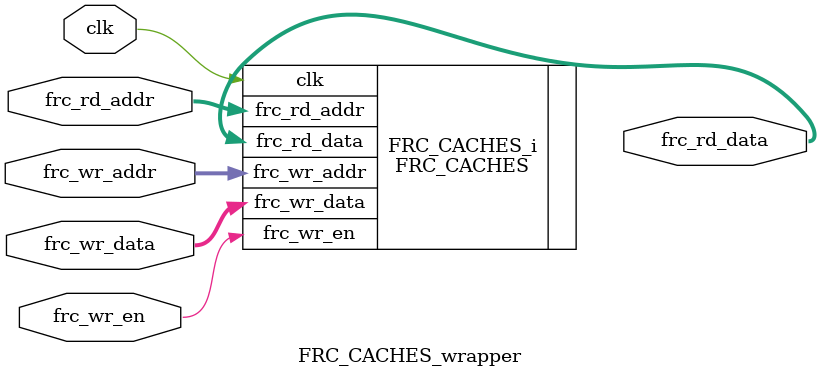
<source format=v>
`timescale 1 ps / 1 ps

module FRC_CACHES_wrapper
   (clk,
    frc_rd_addr,
    frc_rd_data,
    frc_wr_addr,
    frc_wr_data,
    frc_wr_en);
  input clk;
  input [8:0]frc_rd_addr;
  output [95:0]frc_rd_data;
  input [8:0]frc_wr_addr;
  input [95:0]frc_wr_data;
  input frc_wr_en;

  wire clk;
  wire [8:0]frc_rd_addr;
  wire [95:0]frc_rd_data;
  wire [8:0]frc_wr_addr;
  wire [95:0]frc_wr_data;
  wire frc_wr_en;

  FRC_CACHES FRC_CACHES_i
       (.clk(clk),
        .frc_rd_addr(frc_rd_addr),
        .frc_rd_data(frc_rd_data),
        .frc_wr_addr(frc_wr_addr),
        .frc_wr_data(frc_wr_data),
        .frc_wr_en(frc_wr_en));
endmodule

</source>
